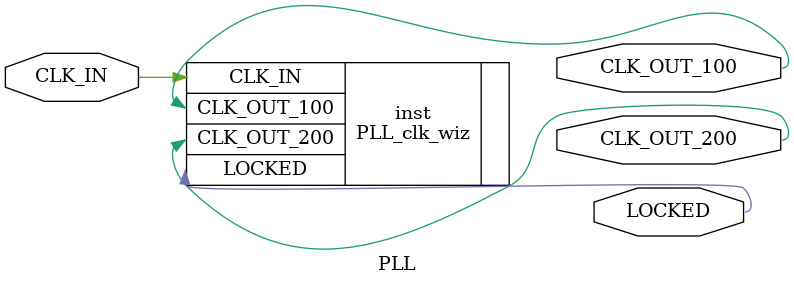
<source format=v>


`timescale 1ps/1ps

(* CORE_GENERATION_INFO = "PLL,clk_wiz_v6_0_11_0_0,{component_name=PLL,use_phase_alignment=true,use_min_o_jitter=true,use_max_i_jitter=false,use_dyn_phase_shift=false,use_inclk_switchover=false,use_dyn_reconfig=false,enable_axi=0,feedback_source=FDBK_AUTO,PRIMITIVE=PLL,num_out_clk=2,clkin1_period=10.000,clkin2_period=10.000,use_power_down=false,use_reset=false,use_locked=true,use_inclk_stopped=false,feedback_type=SINGLE,CLOCK_MGR_TYPE=NA,manual_override=false}" *)

module PLL 
 (
  // Clock out ports
  output        CLK_OUT_100,
  output        CLK_OUT_200,
  // Status and control signals
  output        LOCKED,
 // Clock in ports
  input         CLK_IN
 );

  PLL_clk_wiz inst
  (
  // Clock out ports  
  .CLK_OUT_100(CLK_OUT_100),
  .CLK_OUT_200(CLK_OUT_200),
  // Status and control signals               
  .LOCKED(LOCKED),
 // Clock in ports
  .CLK_IN(CLK_IN)
  );

endmodule

</source>
